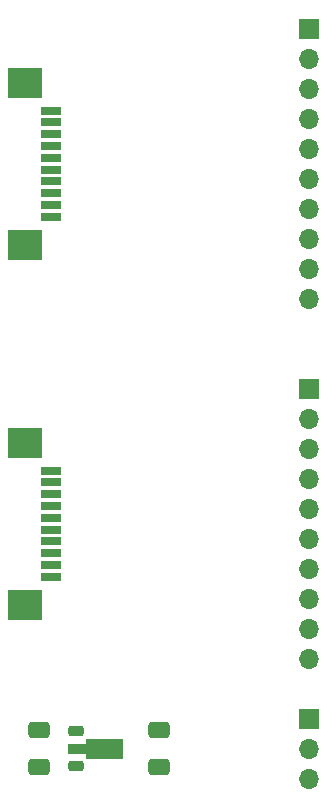
<source format=gbr>
%TF.GenerationSoftware,KiCad,Pcbnew,8.0.3-8.0.3-0~ubuntu22.04.1*%
%TF.CreationDate,2024-10-28T10:55:12+03:00*%
%TF.ProjectId,PM-Debug_v0.0.1,504d2d44-6562-4756-975f-76302e302e31,rev?*%
%TF.SameCoordinates,Original*%
%TF.FileFunction,Soldermask,Top*%
%TF.FilePolarity,Negative*%
%FSLAX46Y46*%
G04 Gerber Fmt 4.6, Leading zero omitted, Abs format (unit mm)*
G04 Created by KiCad (PCBNEW 8.0.3-8.0.3-0~ubuntu22.04.1) date 2024-10-28 10:55:12*
%MOMM*%
%LPD*%
G01*
G04 APERTURE LIST*
G04 Aperture macros list*
%AMRoundRect*
0 Rectangle with rounded corners*
0 $1 Rounding radius*
0 $2 $3 $4 $5 $6 $7 $8 $9 X,Y pos of 4 corners*
0 Add a 4 corners polygon primitive as box body*
4,1,4,$2,$3,$4,$5,$6,$7,$8,$9,$2,$3,0*
0 Add four circle primitives for the rounded corners*
1,1,$1+$1,$2,$3*
1,1,$1+$1,$4,$5*
1,1,$1+$1,$6,$7*
1,1,$1+$1,$8,$9*
0 Add four rect primitives between the rounded corners*
20,1,$1+$1,$2,$3,$4,$5,0*
20,1,$1+$1,$4,$5,$6,$7,0*
20,1,$1+$1,$6,$7,$8,$9,0*
20,1,$1+$1,$8,$9,$2,$3,0*%
%AMFreePoly0*
4,1,9,3.862500,-0.866500,0.737500,-0.866500,0.737500,-0.450000,-0.737500,-0.450000,-0.737500,0.450000,0.737500,0.450000,0.737500,0.866500,3.862500,0.866500,3.862500,-0.866500,3.862500,-0.866500,$1*%
G04 Aperture macros list end*
%ADD10RoundRect,0.225000X-0.425000X-0.225000X0.425000X-0.225000X0.425000X0.225000X-0.425000X0.225000X0*%
%ADD11FreePoly0,0.000000*%
%ADD12RoundRect,0.250000X0.650000X-0.412500X0.650000X0.412500X-0.650000X0.412500X-0.650000X-0.412500X0*%
%ADD13R,1.803400X0.635000*%
%ADD14R,2.997200X2.590800*%
%ADD15R,1.700000X1.700000*%
%ADD16O,1.700000X1.700000*%
G04 APERTURE END LIST*
D10*
%TO.C,U1*%
X109810000Y-117880000D03*
D11*
X109897500Y-119380000D03*
D10*
X109810000Y-120880000D03*
%TD*%
D12*
%TO.C,C2*%
X116840000Y-120942500D03*
X116840000Y-117817500D03*
%TD*%
D13*
%TO.C,J1*%
X107696000Y-65350009D03*
X107696000Y-66350007D03*
X107696000Y-67350005D03*
X107696000Y-68350003D03*
X107696000Y-69350001D03*
X107696000Y-70349999D03*
X107696000Y-71349997D03*
X107696000Y-72349995D03*
X107696000Y-73349993D03*
X107696000Y-74349991D03*
D14*
X105525999Y-62999998D03*
X105525999Y-76700002D03*
%TD*%
D12*
%TO.C,C1*%
X106680000Y-120942500D03*
X106680000Y-117817500D03*
%TD*%
D13*
%TO.C,J3*%
X107696000Y-95830009D03*
X107696000Y-96830007D03*
X107696000Y-97830005D03*
X107696000Y-98830003D03*
X107696000Y-99830001D03*
X107696000Y-100829999D03*
X107696000Y-101829997D03*
X107696000Y-102829995D03*
X107696000Y-103829993D03*
X107696000Y-104829991D03*
D14*
X105525999Y-93479998D03*
X105525999Y-107180002D03*
%TD*%
D15*
%TO.C,J2*%
X129540000Y-58420000D03*
D16*
X129540000Y-60960000D03*
X129540000Y-63500000D03*
X129540000Y-66040000D03*
X129540000Y-68580000D03*
X129540000Y-71120000D03*
X129540000Y-73660000D03*
X129540000Y-76200000D03*
X129540000Y-78740000D03*
X129540000Y-81280000D03*
%TD*%
D15*
%TO.C,J4*%
X129540000Y-88900000D03*
D16*
X129540000Y-91440000D03*
X129540000Y-93980000D03*
X129540000Y-96520000D03*
X129540000Y-99060000D03*
X129540000Y-101600000D03*
X129540000Y-104140000D03*
X129540000Y-106680000D03*
X129540000Y-109220000D03*
X129540000Y-111760000D03*
%TD*%
D15*
%TO.C,J5*%
X129540000Y-116840000D03*
D16*
X129540000Y-119380000D03*
X129540000Y-121920000D03*
%TD*%
M02*

</source>
